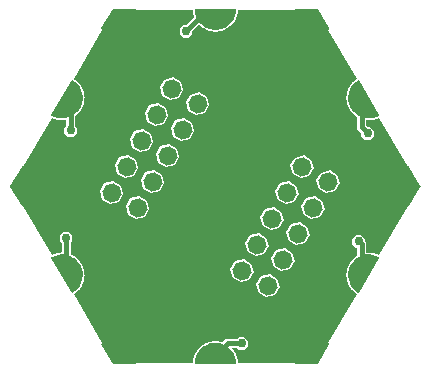
<source format=gbr>
G04 EAGLE Gerber RS-274X export*
G75*
%MOMM*%
%FSLAX34Y34*%
%LPD*%
%INBottom Copper*%
%IPPOS*%
%AMOC8*
5,1,8,0,0,1.08239X$1,22.5*%
G01*
%ADD10C,1.000000*%
%ADD11P,1.649562X8X82.500000*%
%ADD12P,1.649562X8X262.500000*%
%ADD13C,0.457200*%
%ADD14C,0.756400*%

G36*
X278630Y195708D02*
X278630Y195708D01*
X278658Y195706D01*
X278726Y195728D01*
X278797Y195742D01*
X278820Y195758D01*
X278847Y195767D01*
X278902Y195814D01*
X278961Y195855D01*
X278976Y195879D01*
X278998Y195897D01*
X279029Y195962D01*
X279068Y196022D01*
X279073Y196050D01*
X279085Y196076D01*
X279094Y196177D01*
X279101Y196219D01*
X279099Y196229D01*
X279100Y196242D01*
X279043Y196957D01*
X327165Y196957D01*
X327177Y196967D01*
X327176Y196968D01*
X327177Y196969D01*
X327177Y197041D01*
X327242Y197106D01*
X327243Y197110D01*
X327243Y197111D01*
X327246Y197113D01*
X327362Y198517D01*
X327359Y198521D01*
X327361Y198524D01*
X327265Y198684D01*
X327430Y199334D01*
X327429Y199335D01*
X327430Y199336D01*
X327485Y200003D01*
X327627Y200123D01*
X327628Y200128D01*
X327631Y200130D01*
X328000Y201586D01*
X328000Y201587D01*
X328000Y201588D01*
X327998Y201591D01*
X328000Y201594D01*
X327932Y201767D01*
X328201Y202381D01*
X328201Y202382D01*
X328202Y202383D01*
X328366Y203032D01*
X328526Y203127D01*
X328528Y203132D01*
X328531Y203133D01*
X329135Y204509D01*
X329134Y204511D01*
X329135Y204512D01*
X329134Y204514D01*
X329135Y204516D01*
X329097Y204698D01*
X329464Y205259D01*
X329463Y205261D01*
X329465Y205261D01*
X329734Y205874D01*
X329907Y205942D01*
X329909Y205946D01*
X329913Y205947D01*
X330735Y207205D01*
X330734Y207208D01*
X330736Y207210D01*
X330735Y207211D01*
X330737Y207212D01*
X330729Y207398D01*
X331183Y207891D01*
X331183Y207892D01*
X331184Y207892D01*
X331550Y208453D01*
X331733Y208491D01*
X331735Y208495D01*
X331739Y208495D01*
X332757Y209601D01*
X332757Y209605D01*
X332760Y209607D01*
X332783Y209792D01*
X333311Y210203D01*
X333312Y210205D01*
X333313Y210205D01*
X333767Y210698D01*
X333953Y210705D01*
X333956Y210709D01*
X333959Y210708D01*
X335145Y211631D01*
X335146Y211635D01*
X335150Y211637D01*
X335203Y211815D01*
X335792Y212134D01*
X335792Y212136D01*
X335793Y212135D01*
X336322Y212547D01*
X336507Y212524D01*
X336511Y212526D01*
X336514Y212525D01*
X337836Y213240D01*
X337837Y213245D01*
X337841Y213246D01*
X337923Y213413D01*
X338556Y213630D01*
X338557Y213632D01*
X338558Y213631D01*
X339147Y213950D01*
X339326Y213897D01*
X339330Y213899D01*
X339333Y213897D01*
X340754Y214385D01*
X340757Y214389D01*
X340760Y214389D01*
X340868Y214541D01*
X341529Y214651D01*
X341530Y214652D01*
X341531Y214652D01*
X342165Y214869D01*
X342332Y214787D01*
X342336Y214789D01*
X342339Y214786D01*
X343821Y215034D01*
X343824Y215037D01*
X343828Y215037D01*
X343959Y215169D01*
X344629Y215169D01*
X344630Y215170D01*
X344631Y215169D01*
X345292Y215279D01*
X345444Y215171D01*
X345448Y215171D01*
X345451Y215169D01*
X346953Y215169D01*
X346957Y215172D01*
X346960Y215171D01*
X347112Y215279D01*
X347773Y215169D01*
X347774Y215170D01*
X347775Y215169D01*
X348445Y215169D01*
X348576Y215037D01*
X348581Y215037D01*
X348583Y215034D01*
X350065Y214786D01*
X350069Y214789D01*
X350072Y214787D01*
X350239Y214869D01*
X350873Y214652D01*
X350874Y214652D01*
X350875Y214651D01*
X351536Y214541D01*
X351644Y214389D01*
X351648Y214388D01*
X351650Y214385D01*
X351975Y214273D01*
X351982Y214277D01*
X351987Y214276D01*
X354882Y217171D01*
X364601Y217171D01*
X364605Y217174D01*
X364609Y217174D01*
X366102Y218667D01*
X370498Y218667D01*
X373607Y215558D01*
X373607Y211162D01*
X370498Y208053D01*
X366102Y208053D01*
X364609Y209546D01*
X364604Y209546D01*
X364601Y209549D01*
X359722Y209549D01*
X359719Y209547D01*
X359715Y209547D01*
X359714Y209543D01*
X359710Y209539D01*
X359714Y209535D01*
X359713Y209529D01*
X360665Y208495D01*
X360670Y208494D01*
X360671Y208491D01*
X360854Y208453D01*
X361220Y207892D01*
X361221Y207892D01*
X361221Y207891D01*
X361675Y207398D01*
X361667Y207212D01*
X361670Y207208D01*
X361669Y207205D01*
X362491Y205947D01*
X362496Y205946D01*
X362497Y205942D01*
X362670Y205874D01*
X362939Y205261D01*
X362941Y205260D01*
X362940Y205259D01*
X363307Y204698D01*
X363269Y204516D01*
X363269Y204515D01*
X363271Y204512D01*
X363269Y204509D01*
X363873Y203133D01*
X363877Y203131D01*
X363878Y203127D01*
X364038Y203032D01*
X364202Y202383D01*
X364203Y202382D01*
X364203Y202381D01*
X364472Y201767D01*
X364404Y201594D01*
X364405Y201591D01*
X364404Y201590D01*
X364405Y201588D01*
X364404Y201586D01*
X364773Y200130D01*
X364777Y200127D01*
X364777Y200123D01*
X364919Y200003D01*
X364974Y199336D01*
X364975Y199335D01*
X364974Y199334D01*
X365139Y198684D01*
X365043Y198524D01*
X365044Y198522D01*
X365043Y198522D01*
X365044Y198521D01*
X365044Y198520D01*
X365042Y198517D01*
X365158Y197113D01*
X365162Y197110D01*
X365162Y197106D01*
X365227Y197041D01*
X365227Y196969D01*
X365237Y196957D01*
X365238Y196958D01*
X365239Y196957D01*
X413361Y196957D01*
X413304Y196242D01*
X413308Y196213D01*
X413303Y196185D01*
X413320Y196116D01*
X413328Y196044D01*
X413343Y196020D01*
X413349Y195992D01*
X413392Y195934D01*
X413428Y195872D01*
X413450Y195855D01*
X413467Y195832D01*
X413529Y195795D01*
X413586Y195752D01*
X413614Y195745D01*
X413638Y195730D01*
X413738Y195714D01*
X413779Y195703D01*
X413789Y195705D01*
X413802Y195703D01*
X432802Y195703D01*
X432878Y195718D01*
X432956Y195727D01*
X432975Y195738D01*
X432997Y195742D01*
X433061Y195786D01*
X433129Y195825D01*
X433145Y195844D01*
X433161Y195855D01*
X433185Y195893D01*
X433235Y195953D01*
X442735Y212453D01*
X442744Y212480D01*
X442760Y212504D01*
X442775Y212574D01*
X442798Y212642D01*
X442795Y212670D01*
X442801Y212698D01*
X442788Y212769D01*
X442782Y212840D01*
X442769Y212865D01*
X442763Y212893D01*
X442723Y212953D01*
X442690Y213016D01*
X442668Y213034D01*
X442652Y213058D01*
X442569Y213116D01*
X442537Y213143D01*
X442526Y213146D01*
X442516Y213153D01*
X441888Y213450D01*
X465940Y255110D01*
X465940Y255113D01*
X465942Y255115D01*
X465939Y255118D01*
X465937Y255126D01*
X465936Y255126D01*
X465936Y255127D01*
X465862Y255169D01*
X465839Y255258D01*
X465834Y255261D01*
X465834Y255265D01*
X464679Y256066D01*
X464675Y256066D01*
X464673Y256068D01*
X464486Y256066D01*
X464007Y256533D01*
X464005Y256533D01*
X464005Y256535D01*
X463455Y256917D01*
X463422Y257100D01*
X463418Y257103D01*
X463418Y257106D01*
X462344Y258153D01*
X462339Y258153D01*
X462338Y258156D01*
X462153Y258184D01*
X461757Y258724D01*
X461756Y258725D01*
X461756Y258726D01*
X461276Y259193D01*
X461273Y259379D01*
X461270Y259383D01*
X461271Y259386D01*
X460384Y260595D01*
X460379Y260596D01*
X460378Y260600D01*
X460201Y260658D01*
X459899Y261256D01*
X459898Y261256D01*
X459898Y261257D01*
X459502Y261797D01*
X459530Y261981D01*
X459527Y261985D01*
X459529Y261989D01*
X458852Y263327D01*
X458848Y263329D01*
X458847Y263332D01*
X458682Y263419D01*
X458483Y264058D01*
X458482Y264059D01*
X458482Y264060D01*
X458180Y264658D01*
X458238Y264835D01*
X458236Y264839D01*
X458238Y264842D01*
X457792Y266274D01*
X457788Y266276D01*
X457787Y266280D01*
X457639Y266392D01*
X457547Y267056D01*
X457546Y267057D01*
X457547Y267058D01*
X457347Y267697D01*
X457434Y267862D01*
X457433Y267863D01*
X457434Y267864D01*
X457433Y267865D01*
X457433Y267866D01*
X457435Y267869D01*
X457230Y269355D01*
X457227Y269358D01*
X457227Y269361D01*
X457099Y269497D01*
X457118Y270166D01*
X457117Y270167D01*
X457118Y270168D01*
X457026Y270832D01*
X457139Y270980D01*
X457138Y270985D01*
X457141Y270987D01*
X457183Y272486D01*
X457180Y272490D01*
X457181Y272493D01*
X457077Y272648D01*
X457206Y273305D01*
X457206Y273306D01*
X457207Y273307D01*
X457225Y273977D01*
X457361Y274105D01*
X457361Y274109D01*
X457364Y274111D01*
X457653Y275582D01*
X457650Y275586D01*
X457652Y275590D01*
X457575Y275759D01*
X457810Y276386D01*
X457810Y276387D01*
X457810Y276388D01*
X457811Y276388D01*
X457940Y277046D01*
X458094Y277150D01*
X458095Y277154D01*
X458099Y277155D01*
X458625Y278559D01*
X458625Y278560D01*
X458624Y278564D01*
X458626Y278567D01*
X458578Y278747D01*
X458913Y279327D01*
X458913Y279328D01*
X458914Y279328D01*
X459149Y279956D01*
X459319Y280033D01*
X459321Y280037D01*
X459324Y280037D01*
X460075Y281336D01*
X460074Y281340D01*
X460076Y281341D01*
X460076Y281342D01*
X460076Y281343D01*
X460058Y281528D01*
X460485Y282045D01*
X460485Y282046D01*
X460486Y282046D01*
X460821Y282626D01*
X461001Y282674D01*
X461004Y282678D01*
X461007Y282678D01*
X461961Y283835D01*
X461961Y283840D01*
X461964Y283842D01*
X461977Y284028D01*
X462482Y284467D01*
X462483Y284469D01*
X462484Y284469D01*
X462910Y284986D01*
X463095Y285004D01*
X463098Y285007D01*
X463102Y285006D01*
X464233Y285991D01*
X464234Y285995D01*
X464237Y285997D01*
X464281Y286178D01*
X464852Y286528D01*
X464852Y286530D01*
X464853Y286529D01*
X465359Y286969D01*
X465544Y286956D01*
X465548Y286959D01*
X465551Y286958D01*
X466286Y287408D01*
X466287Y287414D01*
X466291Y287418D01*
X466291Y287419D01*
X466291Y294401D01*
X466281Y294413D01*
X466280Y294412D01*
X466279Y294413D01*
X465162Y294413D01*
X462053Y297522D01*
X462053Y301918D01*
X465162Y305027D01*
X469558Y305027D01*
X472667Y301918D01*
X472667Y299807D01*
X472670Y299803D01*
X472670Y299799D01*
X473913Y298556D01*
X473913Y290142D01*
X473913Y290141D01*
X473915Y290139D01*
X473923Y290130D01*
X473925Y290132D01*
X473927Y290131D01*
X474158Y290182D01*
X474315Y290082D01*
X474319Y290083D01*
X474320Y290081D01*
X474321Y290081D01*
X474322Y290080D01*
X475819Y290162D01*
X475822Y290165D01*
X475823Y290165D01*
X475826Y290165D01*
X475972Y290281D01*
X476637Y290207D01*
X476638Y290208D01*
X476639Y290207D01*
X477308Y290243D01*
X477447Y290119D01*
X477452Y290119D01*
X477454Y290116D01*
X478944Y289950D01*
X478948Y289953D01*
X478951Y289951D01*
X479114Y290042D01*
X479758Y289859D01*
X479760Y289860D01*
X479760Y289859D01*
X480426Y289785D01*
X480542Y289639D01*
X480547Y289639D01*
X480548Y289635D01*
X481991Y289226D01*
X481995Y289228D01*
X481998Y289227D01*
X482174Y289289D01*
X482779Y289003D01*
X482781Y289004D01*
X482781Y289003D01*
X483426Y288820D01*
X483516Y288657D01*
X483521Y288656D01*
X483522Y288652D01*
X484792Y288052D01*
X484794Y288052D01*
X484795Y288052D01*
X484799Y288052D01*
X484801Y288051D01*
X484890Y288075D01*
X484941Y288045D01*
X484956Y288048D01*
X484956Y288049D01*
X484957Y288049D01*
X509010Y329711D01*
X509618Y329291D01*
X509645Y329280D01*
X509667Y329261D01*
X509736Y329241D01*
X509801Y329213D01*
X509830Y329213D01*
X509858Y329205D01*
X509929Y329213D01*
X510000Y329213D01*
X510027Y329224D01*
X510056Y329227D01*
X510118Y329262D01*
X510183Y329290D01*
X510204Y329310D01*
X510229Y329325D01*
X510292Y329402D01*
X510322Y329432D01*
X510326Y329442D01*
X510335Y329453D01*
X519835Y345953D01*
X519845Y345985D01*
X519854Y345998D01*
X519858Y346022D01*
X519859Y346026D01*
X519890Y346096D01*
X519890Y346120D01*
X519898Y346142D01*
X519892Y346218D01*
X519893Y346295D01*
X519883Y346319D01*
X519882Y346340D01*
X519861Y346379D01*
X519835Y346451D01*
X510335Y362951D01*
X510316Y362973D01*
X510303Y362999D01*
X510250Y363047D01*
X510203Y363100D01*
X510177Y363113D01*
X510156Y363132D01*
X510088Y363155D01*
X510024Y363186D01*
X509995Y363188D01*
X509968Y363197D01*
X509896Y363192D01*
X509825Y363195D01*
X509798Y363185D01*
X509769Y363183D01*
X509679Y363141D01*
X509639Y363126D01*
X509631Y363119D01*
X509618Y363113D01*
X509010Y362693D01*
X484957Y404355D01*
X484949Y404357D01*
X484948Y404359D01*
X484945Y404359D01*
X484942Y404360D01*
X484942Y404359D01*
X484941Y404359D01*
X484890Y404329D01*
X484801Y404353D01*
X484796Y404351D01*
X484792Y404352D01*
X483522Y403752D01*
X483520Y403748D01*
X483516Y403747D01*
X483426Y403584D01*
X482781Y403402D01*
X482780Y403400D01*
X482779Y403401D01*
X482174Y403115D01*
X481998Y403177D01*
X481997Y403177D01*
X481992Y403177D01*
X481991Y403178D01*
X480548Y402769D01*
X480546Y402765D01*
X480542Y402765D01*
X480426Y402619D01*
X479760Y402545D01*
X479760Y402544D01*
X479759Y402544D01*
X479758Y402545D01*
X479114Y402362D01*
X478951Y402453D01*
X478947Y402452D01*
X478944Y402454D01*
X477454Y402288D01*
X477451Y402285D01*
X477447Y402285D01*
X477308Y402161D01*
X476639Y402197D01*
X476638Y402196D01*
X476637Y402197D01*
X475972Y402123D01*
X475826Y402239D01*
X475822Y402239D01*
X475819Y402242D01*
X474322Y402324D01*
X474318Y402321D01*
X474315Y402322D01*
X474158Y402222D01*
X473927Y402273D01*
X473926Y402274D01*
X473924Y402272D01*
X473913Y402266D01*
X473915Y402264D01*
X473913Y402262D01*
X473913Y397621D01*
X473916Y397617D01*
X473916Y397613D01*
X475059Y396470D01*
X475064Y396470D01*
X475066Y396468D01*
X475067Y396467D01*
X477178Y396467D01*
X480287Y393358D01*
X480287Y388962D01*
X477178Y385853D01*
X472782Y385853D01*
X469673Y388962D01*
X469673Y391073D01*
X469670Y391077D01*
X469670Y391081D01*
X466291Y394459D01*
X466291Y404985D01*
X466286Y404991D01*
X466286Y404996D01*
X465551Y405446D01*
X465547Y405445D01*
X465544Y405448D01*
X465359Y405435D01*
X464853Y405875D01*
X464852Y405875D01*
X464852Y405876D01*
X464281Y406226D01*
X464237Y406407D01*
X464234Y406410D01*
X464233Y406413D01*
X463102Y407398D01*
X463097Y407398D01*
X463095Y407400D01*
X462910Y407418D01*
X462484Y407935D01*
X462482Y407935D01*
X462482Y407937D01*
X461977Y408376D01*
X461964Y408562D01*
X461961Y408565D01*
X461961Y408569D01*
X461007Y409726D01*
X461003Y409726D01*
X461001Y409730D01*
X460821Y409778D01*
X460486Y410358D01*
X460484Y410358D01*
X460485Y410359D01*
X460058Y410876D01*
X460076Y411061D01*
X460074Y411065D01*
X460075Y411068D01*
X459324Y412367D01*
X459320Y412368D01*
X459319Y412371D01*
X459149Y412448D01*
X458914Y413076D01*
X458913Y413076D01*
X458913Y413078D01*
X458578Y413657D01*
X458626Y413837D01*
X458624Y413841D01*
X458625Y413845D01*
X458099Y415249D01*
X458095Y415251D01*
X458094Y415254D01*
X457940Y415358D01*
X457811Y416016D01*
X457810Y416017D01*
X457810Y416018D01*
X457575Y416645D01*
X457652Y416814D01*
X457651Y416819D01*
X457652Y416820D01*
X457652Y416821D01*
X457653Y416822D01*
X457364Y418293D01*
X457361Y418296D01*
X457361Y418299D01*
X457225Y418427D01*
X457207Y419097D01*
X457206Y419098D01*
X457206Y419099D01*
X457077Y419756D01*
X457181Y419911D01*
X457181Y419915D01*
X457183Y419918D01*
X457141Y421417D01*
X457138Y421420D01*
X457139Y421424D01*
X457026Y421572D01*
X457118Y422236D01*
X457117Y422237D01*
X457118Y422238D01*
X457099Y422907D01*
X457227Y423043D01*
X457227Y423047D01*
X457230Y423049D01*
X457435Y424535D01*
X457433Y424539D01*
X457434Y424542D01*
X457347Y424707D01*
X457547Y425346D01*
X457546Y425348D01*
X457547Y425348D01*
X457639Y426012D01*
X457787Y426124D01*
X457788Y426129D01*
X457792Y426130D01*
X458238Y427562D01*
X458238Y427563D01*
X458239Y427564D01*
X458236Y427566D01*
X458238Y427569D01*
X458180Y427746D01*
X458482Y428344D01*
X458482Y428345D01*
X458483Y428346D01*
X458682Y428985D01*
X458847Y429072D01*
X458849Y429076D01*
X458852Y429077D01*
X459529Y430415D01*
X459528Y430417D01*
X459529Y430417D01*
X459528Y430418D01*
X459527Y430420D01*
X459530Y430423D01*
X459502Y430607D01*
X459898Y431147D01*
X459898Y431148D01*
X459899Y431148D01*
X460201Y431746D01*
X460378Y431804D01*
X460380Y431808D01*
X460384Y431809D01*
X461271Y433018D01*
X461271Y433022D01*
X461273Y433025D01*
X461276Y433211D01*
X461756Y433678D01*
X461756Y433680D01*
X461757Y433680D01*
X462153Y434220D01*
X462338Y434248D01*
X462340Y434251D01*
X462344Y434251D01*
X463418Y435298D01*
X463419Y435302D01*
X463422Y435304D01*
X463455Y435487D01*
X464005Y435869D01*
X464005Y435871D01*
X464007Y435871D01*
X464486Y436338D01*
X464673Y436336D01*
X464676Y436339D01*
X464679Y436338D01*
X465834Y437139D01*
X465835Y437144D01*
X465839Y437146D01*
X465862Y437235D01*
X465936Y437277D01*
X465941Y437292D01*
X465940Y437293D01*
X465940Y437294D01*
X441888Y478954D01*
X442516Y479251D01*
X442538Y479268D01*
X442565Y479278D01*
X442617Y479327D01*
X442675Y479370D01*
X442689Y479395D01*
X442710Y479414D01*
X442739Y479480D01*
X442775Y479542D01*
X442778Y479570D01*
X442790Y479596D01*
X442791Y479668D01*
X442800Y479739D01*
X442792Y479766D01*
X442793Y479795D01*
X442757Y479890D01*
X442746Y479930D01*
X442739Y479939D01*
X442735Y479951D01*
X433235Y496451D01*
X433183Y496510D01*
X433137Y496572D01*
X433118Y496583D01*
X433103Y496600D01*
X433033Y496634D01*
X432966Y496674D01*
X432942Y496678D01*
X432924Y496686D01*
X432879Y496688D01*
X432802Y496701D01*
X413802Y496701D01*
X413774Y496696D01*
X413746Y496698D01*
X413678Y496676D01*
X413607Y496662D01*
X413584Y496646D01*
X413557Y496637D01*
X413502Y496590D01*
X413443Y496549D01*
X413428Y496525D01*
X413407Y496507D01*
X413375Y496442D01*
X413336Y496382D01*
X413331Y496354D01*
X413319Y496328D01*
X413310Y496227D01*
X413303Y496185D01*
X413305Y496175D01*
X413304Y496162D01*
X413361Y495447D01*
X365239Y495447D01*
X365227Y495437D01*
X365228Y495436D01*
X365227Y495435D01*
X365227Y495363D01*
X365162Y495298D01*
X365161Y495293D01*
X365158Y495291D01*
X365042Y493887D01*
X365045Y493883D01*
X365043Y493880D01*
X365139Y493720D01*
X364974Y493070D01*
X364975Y493069D01*
X364974Y493068D01*
X364919Y492401D01*
X364777Y492281D01*
X364776Y492276D01*
X364773Y492274D01*
X364404Y490818D01*
X364406Y490813D01*
X364404Y490810D01*
X364472Y490637D01*
X364203Y490023D01*
X364203Y490022D01*
X364202Y490021D01*
X364038Y489372D01*
X363878Y489277D01*
X363876Y489272D01*
X363873Y489271D01*
X363269Y487895D01*
X363271Y487891D01*
X363269Y487888D01*
X363307Y487706D01*
X362940Y487145D01*
X362941Y487143D01*
X362939Y487143D01*
X362670Y486530D01*
X362497Y486462D01*
X362495Y486458D01*
X362491Y486457D01*
X361669Y485199D01*
X361670Y485195D01*
X361667Y485192D01*
X361675Y485006D01*
X361221Y484513D01*
X361221Y484512D01*
X361220Y484512D01*
X360854Y483951D01*
X360671Y483913D01*
X360669Y483909D01*
X360665Y483909D01*
X359647Y482803D01*
X359647Y482799D01*
X359644Y482797D01*
X359621Y482612D01*
X359093Y482201D01*
X359092Y482199D01*
X359091Y482199D01*
X358637Y481706D01*
X358530Y481702D01*
X358451Y481699D01*
X358448Y481696D01*
X358445Y481696D01*
X357259Y480773D01*
X357258Y480769D01*
X357254Y480767D01*
X357201Y480589D01*
X356612Y480270D01*
X356612Y480268D01*
X356611Y480269D01*
X356082Y479857D01*
X355897Y479880D01*
X355893Y479878D01*
X355890Y479879D01*
X354568Y479164D01*
X354567Y479159D01*
X354563Y479158D01*
X354481Y478991D01*
X353848Y478774D01*
X353847Y478772D01*
X353846Y478773D01*
X353257Y478454D01*
X353078Y478507D01*
X353074Y478505D01*
X353071Y478507D01*
X351650Y478019D01*
X351647Y478015D01*
X351644Y478015D01*
X351536Y477863D01*
X350875Y477753D01*
X350874Y477752D01*
X350873Y477752D01*
X350239Y477535D01*
X350072Y477617D01*
X350068Y477615D01*
X350065Y477618D01*
X348583Y477370D01*
X348580Y477367D01*
X348576Y477367D01*
X348445Y477235D01*
X347775Y477235D01*
X347773Y477234D01*
X347773Y477235D01*
X347112Y477125D01*
X346960Y477233D01*
X346956Y477233D01*
X346953Y477235D01*
X345451Y477235D01*
X345447Y477232D01*
X345444Y477233D01*
X345292Y477125D01*
X344631Y477235D01*
X344630Y477234D01*
X344629Y477235D01*
X343959Y477235D01*
X343828Y477367D01*
X343823Y477367D01*
X343821Y477370D01*
X342339Y477618D01*
X342335Y477615D01*
X342332Y477617D01*
X342165Y477535D01*
X341531Y477752D01*
X341530Y477752D01*
X341529Y477753D01*
X340868Y477863D01*
X340760Y478015D01*
X340756Y478016D01*
X340754Y478019D01*
X339333Y478507D01*
X339329Y478505D01*
X339326Y478507D01*
X339147Y478454D01*
X338558Y478773D01*
X338557Y478773D01*
X338556Y478774D01*
X337923Y478991D01*
X337841Y479158D01*
X337837Y479160D01*
X337836Y479164D01*
X336514Y479879D01*
X336510Y479878D01*
X336507Y479880D01*
X336322Y479857D01*
X335793Y480269D01*
X335792Y480269D01*
X335792Y480270D01*
X335203Y480589D01*
X335150Y480767D01*
X335146Y480770D01*
X335145Y480773D01*
X333959Y481696D01*
X333955Y481696D01*
X333953Y481699D01*
X333874Y481702D01*
X333767Y481706D01*
X333313Y482199D01*
X333311Y482199D01*
X333311Y482201D01*
X332783Y482612D01*
X332760Y482797D01*
X332756Y482800D01*
X332757Y482803D01*
X332394Y483197D01*
X332378Y483199D01*
X332378Y483198D01*
X332377Y483198D01*
X326620Y477441D01*
X326620Y477435D01*
X326617Y477433D01*
X326617Y475322D01*
X323508Y472213D01*
X319112Y472213D01*
X316003Y475322D01*
X316003Y479718D01*
X319112Y482827D01*
X321223Y482827D01*
X321227Y482830D01*
X321231Y482830D01*
X328242Y489841D01*
X328242Y489848D01*
X328245Y489852D01*
X328202Y490021D01*
X328201Y490022D01*
X328201Y490023D01*
X327932Y490637D01*
X328000Y490810D01*
X327998Y490815D01*
X328000Y490818D01*
X327631Y492274D01*
X327627Y492277D01*
X327627Y492281D01*
X327485Y492401D01*
X327430Y493068D01*
X327429Y493069D01*
X327430Y493070D01*
X327265Y493720D01*
X327361Y493880D01*
X327360Y493884D01*
X327362Y493887D01*
X327246Y495291D01*
X327242Y495294D01*
X327242Y495298D01*
X327177Y495363D01*
X327177Y495435D01*
X327167Y495447D01*
X327166Y495446D01*
X327165Y495447D01*
X279043Y495447D01*
X279100Y496162D01*
X279096Y496191D01*
X279101Y496219D01*
X279084Y496288D01*
X279076Y496360D01*
X279062Y496384D01*
X279055Y496412D01*
X279012Y496470D01*
X278977Y496532D01*
X278954Y496549D01*
X278937Y496572D01*
X278875Y496609D01*
X278818Y496652D01*
X278790Y496659D01*
X278766Y496674D01*
X278666Y496690D01*
X278625Y496701D01*
X278615Y496699D01*
X278602Y496701D01*
X259602Y496701D01*
X259526Y496686D01*
X259448Y496677D01*
X259429Y496666D01*
X259407Y496662D01*
X259343Y496618D01*
X259275Y496579D01*
X259259Y496560D01*
X259243Y496549D01*
X259219Y496511D01*
X259169Y496451D01*
X249669Y479951D01*
X249660Y479924D01*
X249644Y479900D01*
X249629Y479830D01*
X249606Y479762D01*
X249609Y479734D01*
X249603Y479706D01*
X249617Y479636D01*
X249622Y479564D01*
X249635Y479539D01*
X249641Y479511D01*
X249681Y479451D01*
X249714Y479388D01*
X249736Y479370D01*
X249752Y479346D01*
X249835Y479288D01*
X249867Y479261D01*
X249878Y479258D01*
X249889Y479251D01*
X250516Y478954D01*
X226464Y437294D01*
X226467Y437278D01*
X226468Y437278D01*
X226468Y437277D01*
X226542Y437235D01*
X226565Y437146D01*
X226570Y437143D01*
X226570Y437139D01*
X227725Y436338D01*
X227729Y436338D01*
X227731Y436336D01*
X227918Y436338D01*
X228398Y435871D01*
X228399Y435871D01*
X228399Y435869D01*
X228949Y435487D01*
X228982Y435304D01*
X228986Y435301D01*
X228986Y435298D01*
X230060Y434251D01*
X230065Y434251D01*
X230066Y434248D01*
X230251Y434220D01*
X230647Y433680D01*
X230648Y433679D01*
X230648Y433678D01*
X231128Y433211D01*
X231131Y433025D01*
X231134Y433021D01*
X231133Y433018D01*
X232020Y431809D01*
X232025Y431808D01*
X232026Y431804D01*
X232203Y431746D01*
X232505Y431148D01*
X232506Y431148D01*
X232506Y431147D01*
X232902Y430607D01*
X232874Y430423D01*
X232876Y430420D01*
X232875Y430420D01*
X232877Y430419D01*
X232875Y430415D01*
X233552Y429077D01*
X233556Y429075D01*
X233557Y429072D01*
X233722Y428985D01*
X233921Y428346D01*
X233922Y428345D01*
X233922Y428344D01*
X234224Y427746D01*
X234166Y427569D01*
X234166Y427568D01*
X234165Y427567D01*
X234167Y427565D01*
X234166Y427562D01*
X234612Y426130D01*
X234616Y426128D01*
X234617Y426124D01*
X234765Y426012D01*
X234857Y425348D01*
X234858Y425347D01*
X234857Y425346D01*
X235057Y424707D01*
X234970Y424542D01*
X234971Y424538D01*
X234969Y424535D01*
X235174Y423049D01*
X235177Y423046D01*
X235177Y423043D01*
X235305Y422907D01*
X235286Y422238D01*
X235287Y422237D01*
X235286Y422236D01*
X235378Y421572D01*
X235265Y421424D01*
X235266Y421421D01*
X235264Y421419D01*
X235264Y421418D01*
X235263Y421417D01*
X235221Y419918D01*
X235224Y419914D01*
X235223Y419911D01*
X235327Y419756D01*
X235198Y419099D01*
X235198Y419098D01*
X235197Y419097D01*
X235179Y418427D01*
X235043Y418299D01*
X235043Y418295D01*
X235040Y418293D01*
X234751Y416822D01*
X234754Y416818D01*
X234752Y416814D01*
X234829Y416645D01*
X234594Y416018D01*
X234594Y416016D01*
X234593Y416016D01*
X234464Y415358D01*
X234310Y415254D01*
X234309Y415250D01*
X234305Y415249D01*
X233779Y413845D01*
X233780Y413840D01*
X233780Y413839D01*
X233779Y413839D01*
X233779Y413838D01*
X233778Y413837D01*
X233826Y413657D01*
X233491Y413078D01*
X233491Y413076D01*
X233490Y413076D01*
X233255Y412448D01*
X233085Y412371D01*
X233083Y412367D01*
X233080Y412367D01*
X232329Y411068D01*
X232330Y411064D01*
X232328Y411061D01*
X232346Y410876D01*
X231919Y410359D01*
X231919Y410358D01*
X231918Y410358D01*
X231583Y409778D01*
X231403Y409730D01*
X231400Y409726D01*
X231397Y409726D01*
X230443Y408569D01*
X230443Y408565D01*
X230440Y408562D01*
X230427Y408376D01*
X229922Y407937D01*
X229921Y407935D01*
X229920Y407935D01*
X229494Y407418D01*
X229309Y407400D01*
X229306Y407397D01*
X229302Y407398D01*
X228171Y406413D01*
X228170Y406409D01*
X228167Y406407D01*
X228123Y406226D01*
X227552Y405876D01*
X227552Y405874D01*
X227551Y405875D01*
X227335Y405687D01*
X227334Y405680D01*
X227331Y405678D01*
X227331Y397399D01*
X227334Y397395D01*
X227334Y397391D01*
X228827Y395898D01*
X228827Y391502D01*
X225718Y388393D01*
X221322Y388393D01*
X218213Y391502D01*
X218213Y395898D01*
X219706Y397391D01*
X219706Y397395D01*
X219709Y397398D01*
X219709Y397399D01*
X219709Y402528D01*
X219706Y402531D01*
X219706Y402536D01*
X219702Y402536D01*
X219699Y402540D01*
X219694Y402536D01*
X219688Y402536D01*
X219571Y402405D01*
X218902Y402368D01*
X218901Y402367D01*
X218900Y402368D01*
X218246Y402222D01*
X218089Y402322D01*
X218084Y402321D01*
X218082Y402324D01*
X216585Y402242D01*
X216581Y402239D01*
X216578Y402239D01*
X216432Y402123D01*
X215767Y402197D01*
X215766Y402196D01*
X215765Y402197D01*
X215096Y402161D01*
X214957Y402285D01*
X214952Y402285D01*
X214950Y402288D01*
X213460Y402454D01*
X213456Y402451D01*
X213453Y402453D01*
X213290Y402362D01*
X212646Y402545D01*
X212645Y402544D01*
X212644Y402544D01*
X212644Y402545D01*
X211978Y402619D01*
X211862Y402765D01*
X211857Y402765D01*
X211856Y402769D01*
X210413Y403178D01*
X210412Y403177D01*
X210407Y403177D01*
X210406Y403177D01*
X210230Y403115D01*
X209625Y403401D01*
X209623Y403400D01*
X209623Y403401D01*
X208978Y403584D01*
X208888Y403747D01*
X208883Y403748D01*
X208882Y403752D01*
X207612Y404352D01*
X207607Y404351D01*
X207603Y404353D01*
X207514Y404329D01*
X207463Y404359D01*
X207461Y404359D01*
X207460Y404359D01*
X207456Y404359D01*
X207454Y404357D01*
X207448Y404356D01*
X207448Y404355D01*
X207447Y404355D01*
X183394Y362693D01*
X182786Y363113D01*
X182759Y363124D01*
X182737Y363143D01*
X182668Y363163D01*
X182603Y363191D01*
X182574Y363191D01*
X182546Y363199D01*
X182475Y363191D01*
X182404Y363192D01*
X182377Y363180D01*
X182348Y363177D01*
X182286Y363142D01*
X182221Y363114D01*
X182200Y363094D01*
X182175Y363079D01*
X182112Y363002D01*
X182082Y362972D01*
X182078Y362962D01*
X182069Y362951D01*
X172569Y346451D01*
X172545Y346378D01*
X172514Y346308D01*
X172514Y346284D01*
X172506Y346262D01*
X172513Y346186D01*
X172512Y346109D01*
X172521Y346085D01*
X172522Y346064D01*
X172543Y346025D01*
X172562Y345973D01*
X172563Y345967D01*
X172565Y345965D01*
X172569Y345953D01*
X182069Y329453D01*
X182088Y329431D01*
X182101Y329405D01*
X182154Y329357D01*
X182201Y329304D01*
X182227Y329291D01*
X182249Y329272D01*
X182316Y329249D01*
X182380Y329218D01*
X182409Y329217D01*
X182436Y329207D01*
X182508Y329212D01*
X182579Y329209D01*
X182606Y329219D01*
X182635Y329221D01*
X182725Y329263D01*
X182765Y329278D01*
X182773Y329285D01*
X182786Y329291D01*
X183394Y329711D01*
X207447Y288049D01*
X207462Y288044D01*
X207462Y288045D01*
X207463Y288045D01*
X207514Y288075D01*
X207603Y288051D01*
X207605Y288052D01*
X207609Y288052D01*
X207610Y288052D01*
X207612Y288052D01*
X208882Y288652D01*
X208884Y288656D01*
X208888Y288657D01*
X208978Y288820D01*
X209623Y289002D01*
X209624Y289004D01*
X209625Y289003D01*
X210230Y289289D01*
X210406Y289227D01*
X210410Y289228D01*
X210413Y289226D01*
X211856Y289635D01*
X211858Y289639D01*
X211862Y289639D01*
X211978Y289785D01*
X212644Y289859D01*
X212645Y289860D01*
X212646Y289859D01*
X213290Y290042D01*
X213453Y289951D01*
X213457Y289952D01*
X213460Y289950D01*
X214950Y290116D01*
X214953Y290119D01*
X214957Y290119D01*
X215096Y290243D01*
X215765Y290207D01*
X215766Y290208D01*
X215767Y290207D01*
X215889Y290220D01*
X215899Y290232D01*
X215899Y298561D01*
X215896Y298565D01*
X215896Y298569D01*
X214403Y300062D01*
X214403Y304458D01*
X217512Y307567D01*
X221908Y307567D01*
X225017Y304458D01*
X225017Y300062D01*
X223524Y298569D01*
X223524Y298564D01*
X223521Y298561D01*
X223521Y288729D01*
X223527Y288722D01*
X223528Y288718D01*
X224115Y288480D01*
X224120Y288481D01*
X224123Y288479D01*
X224304Y288522D01*
X224874Y288172D01*
X224876Y288172D01*
X224876Y288171D01*
X225497Y287919D01*
X225570Y287748D01*
X225574Y287746D01*
X225575Y287742D01*
X226853Y286958D01*
X226857Y286959D01*
X226860Y286956D01*
X227045Y286969D01*
X227551Y286529D01*
X227552Y286529D01*
X227552Y286528D01*
X228123Y286178D01*
X228167Y285997D01*
X228170Y285994D01*
X228170Y285991D01*
X229302Y285006D01*
X229307Y285006D01*
X229309Y285004D01*
X229494Y284986D01*
X229920Y284469D01*
X229922Y284469D01*
X229922Y284467D01*
X230427Y284028D01*
X230440Y283842D01*
X230443Y283839D01*
X230443Y283835D01*
X231397Y282678D01*
X231401Y282678D01*
X231403Y282674D01*
X231583Y282626D01*
X231918Y282046D01*
X231920Y282046D01*
X231919Y282045D01*
X232346Y281528D01*
X232328Y281343D01*
X232330Y281339D01*
X232329Y281336D01*
X233080Y280037D01*
X233084Y280036D01*
X233085Y280033D01*
X233255Y279956D01*
X233490Y279328D01*
X233491Y279328D01*
X233491Y279326D01*
X233826Y278747D01*
X233778Y278567D01*
X233780Y278564D01*
X233779Y278563D01*
X233780Y278562D01*
X233779Y278559D01*
X234305Y277155D01*
X234309Y277153D01*
X234310Y277150D01*
X234464Y277046D01*
X234593Y276388D01*
X234594Y276387D01*
X234594Y276386D01*
X234829Y275759D01*
X234752Y275590D01*
X234753Y275585D01*
X234751Y275582D01*
X235040Y274111D01*
X235043Y274108D01*
X235043Y274105D01*
X235179Y273977D01*
X235197Y273307D01*
X235198Y273306D01*
X235198Y273305D01*
X235327Y272648D01*
X235223Y272493D01*
X235223Y272489D01*
X235221Y272487D01*
X235221Y272486D01*
X235263Y270987D01*
X235266Y270984D01*
X235265Y270980D01*
X235378Y270832D01*
X235286Y270168D01*
X235287Y270167D01*
X235286Y270166D01*
X235305Y269497D01*
X235177Y269361D01*
X235177Y269357D01*
X235174Y269355D01*
X234969Y267869D01*
X234970Y267867D01*
X234971Y267865D01*
X234970Y267862D01*
X235057Y267697D01*
X234857Y267058D01*
X234858Y267056D01*
X234857Y267056D01*
X234765Y266392D01*
X234617Y266280D01*
X234616Y266275D01*
X234612Y266274D01*
X234166Y264842D01*
X234168Y264838D01*
X234166Y264835D01*
X234224Y264658D01*
X233922Y264060D01*
X233922Y264059D01*
X233921Y264058D01*
X233722Y263419D01*
X233557Y263332D01*
X233555Y263328D01*
X233552Y263327D01*
X232875Y261989D01*
X232877Y261984D01*
X232874Y261981D01*
X232902Y261797D01*
X232506Y261257D01*
X232506Y261256D01*
X232505Y261256D01*
X232203Y260658D01*
X232026Y260600D01*
X232024Y260596D01*
X232020Y260595D01*
X231133Y259386D01*
X231133Y259382D01*
X231131Y259379D01*
X231128Y259193D01*
X230648Y258726D01*
X230648Y258724D01*
X230647Y258724D01*
X230251Y258184D01*
X230066Y258156D01*
X230064Y258153D01*
X230060Y258153D01*
X228986Y257106D01*
X228985Y257102D01*
X228984Y257101D01*
X228982Y257100D01*
X228949Y256917D01*
X228399Y256535D01*
X228399Y256533D01*
X228398Y256533D01*
X227918Y256066D01*
X227731Y256068D01*
X227728Y256065D01*
X227725Y256066D01*
X226570Y255265D01*
X226569Y255260D01*
X226565Y255258D01*
X226542Y255169D01*
X226468Y255127D01*
X226466Y255121D01*
X226462Y255118D01*
X226464Y255115D01*
X226463Y255112D01*
X226464Y255111D01*
X226464Y255110D01*
X250516Y213450D01*
X249889Y213153D01*
X249866Y213136D01*
X249839Y213126D01*
X249787Y213077D01*
X249729Y213034D01*
X249715Y213009D01*
X249694Y212990D01*
X249665Y212924D01*
X249629Y212862D01*
X249626Y212834D01*
X249614Y212808D01*
X249613Y212736D01*
X249604Y212665D01*
X249612Y212638D01*
X249612Y212609D01*
X249647Y212514D01*
X249658Y212474D01*
X249665Y212465D01*
X249669Y212453D01*
X259169Y195953D01*
X259221Y195895D01*
X259267Y195832D01*
X259286Y195821D01*
X259301Y195804D01*
X259371Y195770D01*
X259438Y195730D01*
X259463Y195726D01*
X259480Y195718D01*
X259525Y195716D01*
X259602Y195703D01*
X278602Y195703D01*
X278630Y195708D01*
G37*
G36*
X363231Y195709D02*
X363231Y195709D01*
X363260Y195706D01*
X363327Y195728D01*
X363397Y195742D01*
X363421Y195759D01*
X363449Y195768D01*
X363502Y195815D01*
X363561Y195855D01*
X363577Y195879D01*
X363599Y195899D01*
X363630Y195963D01*
X363668Y196022D01*
X363673Y196051D01*
X363685Y196077D01*
X363694Y196177D01*
X363701Y196219D01*
X363698Y196229D01*
X363700Y196243D01*
X363468Y199041D01*
X363458Y199075D01*
X363454Y199123D01*
X362765Y201844D01*
X362750Y201876D01*
X362738Y201922D01*
X361610Y204494D01*
X361590Y204522D01*
X361571Y204566D01*
X360035Y206917D01*
X360011Y206941D01*
X359985Y206982D01*
X358083Y209047D01*
X358055Y209068D01*
X358022Y209103D01*
X355807Y210828D01*
X355776Y210843D01*
X355738Y210873D01*
X353268Y212209D01*
X353235Y212219D01*
X353193Y212242D01*
X352007Y212650D01*
X350553Y213149D01*
X350537Y213154D01*
X350503Y213159D01*
X350457Y213174D01*
X347688Y213636D01*
X347653Y213635D01*
X347606Y213643D01*
X344798Y213643D01*
X344764Y213636D01*
X344716Y213636D01*
X341947Y213174D01*
X341914Y213162D01*
X341867Y213154D01*
X339211Y212242D01*
X339181Y212225D01*
X339136Y212209D01*
X336666Y210873D01*
X336640Y210851D01*
X336597Y210828D01*
X334382Y209103D01*
X334359Y209077D01*
X334321Y209047D01*
X332419Y206982D01*
X332401Y206952D01*
X332369Y206917D01*
X330833Y204566D01*
X330820Y204534D01*
X330794Y204494D01*
X329666Y201922D01*
X329659Y201889D01*
X329656Y201882D01*
X329650Y201873D01*
X329649Y201867D01*
X329639Y201844D01*
X328950Y199123D01*
X328948Y199088D01*
X328936Y199041D01*
X328704Y196243D01*
X328708Y196214D01*
X328703Y196185D01*
X328720Y196116D01*
X328728Y196046D01*
X328742Y196020D01*
X328749Y195992D01*
X328791Y195935D01*
X328826Y195873D01*
X328850Y195855D01*
X328867Y195832D01*
X328928Y195796D01*
X328985Y195753D01*
X329013Y195745D01*
X329038Y195730D01*
X329136Y195714D01*
X329177Y195703D01*
X329188Y195705D01*
X329202Y195703D01*
X363202Y195703D01*
X363231Y195709D01*
G37*
G36*
X347640Y478768D02*
X347640Y478768D01*
X347688Y478768D01*
X350457Y479230D01*
X350490Y479242D01*
X350537Y479250D01*
X353193Y480162D01*
X353223Y480179D01*
X353268Y480195D01*
X355738Y481531D01*
X355764Y481553D01*
X355807Y481576D01*
X358022Y483301D01*
X358045Y483327D01*
X358083Y483357D01*
X359985Y485422D01*
X360003Y485452D01*
X360035Y485487D01*
X361571Y487838D01*
X361584Y487870D01*
X361610Y487910D01*
X362738Y490482D01*
X362745Y490515D01*
X362765Y490560D01*
X363454Y493281D01*
X363456Y493316D01*
X363468Y493363D01*
X363700Y496161D01*
X363696Y496190D01*
X363701Y496219D01*
X363685Y496288D01*
X363676Y496358D01*
X363662Y496384D01*
X363655Y496412D01*
X363613Y496469D01*
X363578Y496531D01*
X363554Y496549D01*
X363537Y496572D01*
X363476Y496608D01*
X363419Y496651D01*
X363391Y496659D01*
X363366Y496674D01*
X363268Y496690D01*
X363227Y496701D01*
X363216Y496699D01*
X363202Y496701D01*
X329202Y496701D01*
X329173Y496695D01*
X329144Y496698D01*
X329077Y496676D01*
X329007Y496662D01*
X328983Y496645D01*
X328955Y496636D01*
X328902Y496589D01*
X328843Y496549D01*
X328828Y496525D01*
X328806Y496505D01*
X328774Y496441D01*
X328736Y496382D01*
X328731Y496353D01*
X328719Y496327D01*
X328710Y496227D01*
X328703Y496185D01*
X328706Y496175D01*
X328704Y496161D01*
X328936Y493363D01*
X328946Y493329D01*
X328950Y493281D01*
X329639Y490560D01*
X329654Y490528D01*
X329666Y490482D01*
X330794Y487910D01*
X330814Y487882D01*
X330833Y487838D01*
X332369Y485487D01*
X332393Y485463D01*
X332419Y485422D01*
X334321Y483357D01*
X334349Y483336D01*
X334382Y483301D01*
X336597Y481576D01*
X336628Y481561D01*
X336666Y481531D01*
X339136Y480195D01*
X339169Y480185D01*
X339211Y480162D01*
X341867Y479250D01*
X341901Y479246D01*
X341947Y479230D01*
X344716Y478768D01*
X344751Y478769D01*
X344798Y478761D01*
X347606Y478761D01*
X347640Y478768D01*
G37*
G36*
X224809Y256012D02*
X224809Y256012D01*
X224880Y256009D01*
X224907Y256019D01*
X224936Y256021D01*
X225026Y256063D01*
X225066Y256078D01*
X225074Y256086D01*
X225087Y256092D01*
X227390Y257691D01*
X227414Y257717D01*
X227454Y257744D01*
X229463Y259701D01*
X229482Y259730D01*
X229517Y259763D01*
X231176Y262024D01*
X231191Y262055D01*
X231220Y262094D01*
X232484Y264597D01*
X232493Y264631D01*
X232515Y264674D01*
X233351Y267351D01*
X233354Y267385D01*
X233369Y267431D01*
X233752Y270210D01*
X233750Y270244D01*
X233756Y270292D01*
X233677Y273095D01*
X233669Y273129D01*
X233668Y273177D01*
X233129Y275929D01*
X233115Y275961D01*
X233106Y276009D01*
X232121Y278634D01*
X232106Y278659D01*
X232101Y278679D01*
X232093Y278690D01*
X232086Y278709D01*
X230682Y281137D01*
X230659Y281163D01*
X230635Y281205D01*
X228851Y283368D01*
X228824Y283390D01*
X228793Y283427D01*
X226677Y285268D01*
X226647Y285285D01*
X226611Y285317D01*
X224220Y286784D01*
X224188Y286795D01*
X224147Y286821D01*
X221548Y287874D01*
X221514Y287881D01*
X221469Y287899D01*
X218732Y288510D01*
X218697Y288511D01*
X218650Y288522D01*
X215850Y288674D01*
X215816Y288669D01*
X215768Y288672D01*
X212980Y288362D01*
X212947Y288351D01*
X212899Y288346D01*
X210201Y287581D01*
X210171Y287565D01*
X210124Y287552D01*
X207589Y286353D01*
X207565Y286336D01*
X207538Y286326D01*
X207486Y286277D01*
X207429Y286234D01*
X207415Y286209D01*
X207394Y286189D01*
X207365Y286124D01*
X207329Y286063D01*
X207326Y286034D01*
X207314Y286007D01*
X207313Y285936D01*
X207304Y285865D01*
X207312Y285837D01*
X207312Y285808D01*
X207346Y285715D01*
X207358Y285674D01*
X207365Y285665D01*
X207370Y285652D01*
X224370Y256252D01*
X224389Y256230D01*
X224402Y256204D01*
X224455Y256156D01*
X224502Y256103D01*
X224528Y256091D01*
X224550Y256071D01*
X224617Y256048D01*
X224681Y256018D01*
X224710Y256016D01*
X224738Y256007D01*
X224809Y256012D01*
G37*
G36*
X476588Y403735D02*
X476588Y403735D01*
X476636Y403732D01*
X479424Y404042D01*
X479457Y404053D01*
X479505Y404058D01*
X482203Y404823D01*
X482233Y404839D01*
X482280Y404852D01*
X484815Y406051D01*
X484839Y406068D01*
X484866Y406078D01*
X484918Y406127D01*
X484975Y406170D01*
X484989Y406195D01*
X485011Y406215D01*
X485039Y406280D01*
X485075Y406342D01*
X485078Y406370D01*
X485090Y406397D01*
X485091Y406468D01*
X485100Y406539D01*
X485092Y406567D01*
X485092Y406596D01*
X485058Y406689D01*
X485046Y406730D01*
X485039Y406739D01*
X485034Y406752D01*
X468034Y436152D01*
X468015Y436174D01*
X468002Y436200D01*
X467949Y436248D01*
X467902Y436301D01*
X467876Y436313D01*
X467854Y436333D01*
X467787Y436356D01*
X467723Y436386D01*
X467694Y436388D01*
X467666Y436397D01*
X467595Y436392D01*
X467524Y436395D01*
X467497Y436385D01*
X467468Y436383D01*
X467378Y436341D01*
X467338Y436326D01*
X467330Y436318D01*
X467317Y436312D01*
X465014Y434713D01*
X464990Y434688D01*
X464950Y434660D01*
X462941Y432703D01*
X462922Y432674D01*
X462887Y432641D01*
X461228Y430380D01*
X461213Y430349D01*
X461184Y430310D01*
X459920Y427807D01*
X459911Y427773D01*
X459889Y427730D01*
X459053Y425053D01*
X459050Y425019D01*
X459035Y424973D01*
X458652Y422194D01*
X458654Y422160D01*
X458648Y422112D01*
X458727Y419309D01*
X458735Y419275D01*
X458736Y419227D01*
X459275Y416475D01*
X459289Y416443D01*
X459298Y416395D01*
X460283Y413770D01*
X460301Y413740D01*
X460318Y413695D01*
X461722Y411267D01*
X461745Y411241D01*
X461769Y411200D01*
X463553Y409036D01*
X463580Y409014D01*
X463611Y408977D01*
X465727Y407136D01*
X465757Y407119D01*
X465793Y407088D01*
X468184Y405620D01*
X468216Y405609D01*
X468257Y405583D01*
X470856Y404530D01*
X470890Y404523D01*
X470935Y404505D01*
X473672Y403894D01*
X473707Y403893D01*
X473754Y403882D01*
X476554Y403730D01*
X476588Y403735D01*
G37*
G36*
X467628Y256013D02*
X467628Y256013D01*
X467699Y256012D01*
X467726Y256023D01*
X467755Y256027D01*
X467817Y256061D01*
X467882Y256089D01*
X467903Y256110D01*
X467928Y256124D01*
X467991Y256200D01*
X468021Y256231D01*
X468025Y256241D01*
X468034Y256252D01*
X485034Y285652D01*
X485043Y285680D01*
X485060Y285704D01*
X485075Y285773D01*
X485097Y285841D01*
X485095Y285870D01*
X485101Y285898D01*
X485088Y285968D01*
X485082Y286039D01*
X485069Y286065D01*
X485063Y286093D01*
X485023Y286152D01*
X484991Y286215D01*
X484968Y286234D01*
X484952Y286258D01*
X484870Y286315D01*
X484837Y286342D01*
X484827Y286345D01*
X484815Y286353D01*
X482280Y287552D01*
X482246Y287560D01*
X482203Y287581D01*
X479505Y288346D01*
X479470Y288348D01*
X479424Y288362D01*
X476636Y288672D01*
X476602Y288669D01*
X476554Y288674D01*
X473754Y288522D01*
X473720Y288513D01*
X473672Y288510D01*
X470935Y287899D01*
X470903Y287885D01*
X470856Y287874D01*
X468257Y286821D01*
X468228Y286802D01*
X468184Y286784D01*
X465793Y285317D01*
X465768Y285293D01*
X465727Y285268D01*
X463611Y283427D01*
X463590Y283400D01*
X463553Y283368D01*
X461769Y281205D01*
X461753Y281174D01*
X461722Y281137D01*
X460318Y278709D01*
X460307Y278676D01*
X460300Y278663D01*
X460290Y278649D01*
X460290Y278646D01*
X460283Y278634D01*
X459298Y276009D01*
X459292Y275974D01*
X459275Y275929D01*
X458736Y273177D01*
X458736Y273143D01*
X458727Y273095D01*
X458648Y270292D01*
X458654Y270258D01*
X458652Y270210D01*
X459035Y267431D01*
X459047Y267399D01*
X459053Y267351D01*
X459889Y264674D01*
X459906Y264643D01*
X459920Y264597D01*
X461184Y262094D01*
X461206Y262067D01*
X461228Y262024D01*
X462887Y259763D01*
X462913Y259740D01*
X462941Y259701D01*
X464950Y257744D01*
X464979Y257725D01*
X465014Y257691D01*
X467317Y256092D01*
X467344Y256080D01*
X467367Y256062D01*
X467435Y256041D01*
X467500Y256013D01*
X467529Y256013D01*
X467557Y256005D01*
X467628Y256013D01*
G37*
G36*
X218650Y403882D02*
X218650Y403882D01*
X218684Y403891D01*
X218732Y403894D01*
X221469Y404505D01*
X221501Y404519D01*
X221548Y404530D01*
X224147Y405583D01*
X224176Y405602D01*
X224220Y405620D01*
X226611Y407088D01*
X226636Y407111D01*
X226677Y407136D01*
X228793Y408977D01*
X228814Y409004D01*
X228851Y409036D01*
X230635Y411200D01*
X230651Y411230D01*
X230682Y411267D01*
X232086Y413695D01*
X232097Y413728D01*
X232121Y413770D01*
X233106Y416395D01*
X233112Y416430D01*
X233129Y416475D01*
X233668Y419227D01*
X233668Y419262D01*
X233677Y419309D01*
X233756Y422112D01*
X233751Y422146D01*
X233752Y422194D01*
X233369Y424973D01*
X233357Y425005D01*
X233351Y425053D01*
X232515Y427730D01*
X232498Y427761D01*
X232484Y427807D01*
X231220Y430310D01*
X231198Y430337D01*
X231176Y430380D01*
X229517Y432641D01*
X229491Y432664D01*
X229463Y432703D01*
X227454Y434660D01*
X227425Y434679D01*
X227390Y434713D01*
X225087Y436312D01*
X225060Y436324D01*
X225037Y436342D01*
X224969Y436363D01*
X224904Y436391D01*
X224875Y436391D01*
X224847Y436399D01*
X224776Y436391D01*
X224705Y436392D01*
X224678Y436381D01*
X224649Y436377D01*
X224587Y436343D01*
X224522Y436315D01*
X224501Y436294D01*
X224476Y436280D01*
X224413Y436204D01*
X224383Y436173D01*
X224379Y436163D01*
X224370Y436152D01*
X207370Y406752D01*
X207361Y406724D01*
X207344Y406700D01*
X207329Y406631D01*
X207307Y406563D01*
X207309Y406534D01*
X207303Y406506D01*
X207316Y406436D01*
X207322Y406365D01*
X207335Y406339D01*
X207341Y406311D01*
X207381Y406252D01*
X207413Y406189D01*
X207436Y406170D01*
X207452Y406146D01*
X207534Y406089D01*
X207567Y406062D01*
X207577Y406059D01*
X207589Y406051D01*
X210124Y404852D01*
X210158Y404844D01*
X210201Y404823D01*
X212899Y404058D01*
X212934Y404056D01*
X212980Y404042D01*
X215768Y403732D01*
X215802Y403735D01*
X215850Y403730D01*
X218650Y403882D01*
G37*
%LPC*%
G36*
X301189Y422778D02*
X301189Y422778D01*
X299228Y430096D01*
X303016Y436657D01*
X310333Y438618D01*
X316894Y434830D01*
X318855Y427512D01*
X315067Y420951D01*
X307749Y418991D01*
X301189Y422778D01*
G37*
%LPD*%
%LPC*%
G36*
X323186Y410078D02*
X323186Y410078D01*
X321225Y417396D01*
X325013Y423957D01*
X332330Y425918D01*
X338891Y422130D01*
X340852Y414812D01*
X337064Y408251D01*
X329747Y406291D01*
X323186Y410078D01*
G37*
%LPD*%
%LPC*%
G36*
X288489Y400781D02*
X288489Y400781D01*
X286528Y408099D01*
X290316Y414660D01*
X297633Y416621D01*
X304194Y412833D01*
X306155Y405515D01*
X302367Y398954D01*
X295049Y396994D01*
X288489Y400781D01*
G37*
%LPD*%
%LPC*%
G36*
X310486Y388081D02*
X310486Y388081D01*
X308525Y395399D01*
X312313Y401960D01*
X319630Y403921D01*
X326191Y400133D01*
X328152Y392815D01*
X324364Y386254D01*
X317047Y384294D01*
X310486Y388081D01*
G37*
%LPD*%
%LPC*%
G36*
X275789Y378784D02*
X275789Y378784D01*
X273828Y386102D01*
X277616Y392663D01*
X284933Y394623D01*
X291494Y390836D01*
X293455Y383518D01*
X289667Y376957D01*
X282349Y374997D01*
X275789Y378784D01*
G37*
%LPD*%
%LPC*%
G36*
X297786Y366084D02*
X297786Y366084D01*
X295825Y373402D01*
X299613Y379963D01*
X306930Y381923D01*
X313491Y378136D01*
X315452Y370818D01*
X311664Y364257D01*
X304347Y362297D01*
X297786Y366084D01*
G37*
%LPD*%
%LPC*%
G36*
X263089Y356787D02*
X263089Y356787D01*
X261128Y364105D01*
X264916Y370666D01*
X272233Y372626D01*
X278794Y368839D01*
X280755Y361521D01*
X276967Y354960D01*
X269649Y352999D01*
X263089Y356787D01*
G37*
%LPD*%
%LPC*%
G36*
X411679Y356738D02*
X411679Y356738D01*
X409718Y364056D01*
X413506Y370617D01*
X420823Y372578D01*
X427384Y368790D01*
X429345Y361472D01*
X425557Y354911D01*
X418239Y352951D01*
X411679Y356738D01*
G37*
%LPD*%
%LPC*%
G36*
X285086Y344087D02*
X285086Y344087D01*
X283125Y351405D01*
X286913Y357966D01*
X294230Y359926D01*
X300791Y356139D01*
X302752Y348821D01*
X298964Y342260D01*
X291647Y340299D01*
X285086Y344087D01*
G37*
%LPD*%
%LPC*%
G36*
X433676Y344038D02*
X433676Y344038D01*
X431715Y351356D01*
X435503Y357917D01*
X442820Y359878D01*
X449381Y356090D01*
X451342Y348772D01*
X447554Y342211D01*
X440237Y340251D01*
X433676Y344038D01*
G37*
%LPD*%
%LPC*%
G36*
X250389Y334790D02*
X250389Y334790D01*
X248428Y342108D01*
X252216Y348669D01*
X259533Y350629D01*
X266094Y346842D01*
X268055Y339524D01*
X264267Y332963D01*
X256949Y331002D01*
X250389Y334790D01*
G37*
%LPD*%
%LPC*%
G36*
X398979Y334741D02*
X398979Y334741D01*
X397018Y342059D01*
X400806Y348620D01*
X408123Y350581D01*
X414684Y346793D01*
X416645Y339475D01*
X412857Y332914D01*
X405539Y330954D01*
X398979Y334741D01*
G37*
%LPD*%
%LPC*%
G36*
X272386Y322090D02*
X272386Y322090D01*
X270425Y329408D01*
X274213Y335969D01*
X281530Y337929D01*
X288091Y334142D01*
X290052Y326824D01*
X286264Y320263D01*
X278947Y318302D01*
X272386Y322090D01*
G37*
%LPD*%
%LPC*%
G36*
X420976Y322041D02*
X420976Y322041D01*
X419015Y329359D01*
X422803Y335920D01*
X430120Y337881D01*
X436681Y334093D01*
X438642Y326775D01*
X434854Y320214D01*
X427537Y318254D01*
X420976Y322041D01*
G37*
%LPD*%
%LPC*%
G36*
X386279Y312744D02*
X386279Y312744D01*
X384318Y320062D01*
X388106Y326623D01*
X395423Y328583D01*
X401984Y324796D01*
X403945Y317478D01*
X400157Y310917D01*
X392839Y308957D01*
X386279Y312744D01*
G37*
%LPD*%
%LPC*%
G36*
X408276Y300044D02*
X408276Y300044D01*
X406315Y307362D01*
X410103Y313923D01*
X417420Y315883D01*
X423981Y312096D01*
X425942Y304778D01*
X422154Y298217D01*
X414837Y296257D01*
X408276Y300044D01*
G37*
%LPD*%
%LPC*%
G36*
X373579Y290747D02*
X373579Y290747D01*
X371618Y298065D01*
X375406Y304626D01*
X382723Y306586D01*
X389284Y302799D01*
X391245Y295481D01*
X387457Y288920D01*
X380139Y286959D01*
X373579Y290747D01*
G37*
%LPD*%
%LPC*%
G36*
X395576Y278047D02*
X395576Y278047D01*
X393615Y285365D01*
X397403Y291926D01*
X404720Y293886D01*
X411281Y290099D01*
X413242Y282781D01*
X409454Y276220D01*
X402137Y274259D01*
X395576Y278047D01*
G37*
%LPD*%
%LPC*%
G36*
X360879Y268750D02*
X360879Y268750D01*
X358918Y276068D01*
X362706Y282629D01*
X370023Y284589D01*
X376584Y280802D01*
X378545Y273484D01*
X374757Y266923D01*
X367439Y264962D01*
X360879Y268750D01*
G37*
%LPD*%
%LPC*%
G36*
X382876Y256050D02*
X382876Y256050D01*
X380915Y263368D01*
X384703Y269929D01*
X392020Y271889D01*
X398581Y268102D01*
X400542Y260784D01*
X396754Y254223D01*
X389437Y252262D01*
X382876Y256050D01*
G37*
%LPD*%
D10*
X428802Y489302D03*
X511402Y346202D03*
X428802Y203102D03*
X263602Y203102D03*
X181002Y346202D03*
X263602Y489302D03*
X470102Y417702D03*
X470102Y274702D03*
X346202Y203102D03*
X222302Y274702D03*
X222302Y417702D03*
X346202Y489302D03*
D11*
X378029Y240079D03*
X390729Y262076D03*
X403429Y284073D03*
X416129Y306070D03*
X428829Y328067D03*
X441529Y350064D03*
X356031Y252779D03*
X368731Y274776D03*
X381431Y296773D03*
X394131Y318770D03*
X406831Y340767D03*
X419531Y362764D03*
X454229Y372061D03*
X432231Y384761D03*
D12*
X321741Y450801D03*
X309041Y428804D03*
X296341Y406807D03*
X283641Y384810D03*
X270941Y362813D03*
X258241Y340816D03*
X343739Y438101D03*
X331039Y416104D03*
X318339Y394107D03*
X305639Y372110D03*
X292939Y350113D03*
X280239Y328116D03*
X245541Y318819D03*
X267539Y306119D03*
D13*
X302103Y450801D02*
X263602Y489302D01*
X302103Y450801D02*
X321741Y450801D01*
X331039Y450801D01*
X343739Y438101D01*
X377601Y438101D01*
X428802Y489302D01*
X378891Y438101D02*
X432231Y384761D01*
X378891Y438101D02*
X377601Y438101D01*
X432231Y384761D02*
X444931Y372061D01*
X454229Y372061D01*
X485543Y372061D01*
X511402Y346202D01*
X391825Y240079D02*
X428802Y203102D01*
X391825Y240079D02*
X378029Y240079D01*
X368731Y240079D01*
X356031Y252779D01*
X313279Y252779D01*
X263602Y203102D01*
X313279Y260379D02*
X267539Y306119D01*
X313279Y260379D02*
X313279Y252779D01*
X267539Y306119D02*
X258241Y306119D01*
X245541Y318819D01*
X218158Y346202D01*
X181002Y346202D01*
X313279Y304389D02*
X313279Y260379D01*
X313279Y304389D02*
X373380Y364490D01*
X373380Y432590D01*
X378891Y438101D01*
D14*
X368300Y213360D03*
D13*
X356460Y213360D01*
X346202Y203102D01*
D14*
X467360Y299720D03*
D13*
X470102Y296978D01*
X470102Y274702D01*
D14*
X474980Y391160D03*
D13*
X470102Y396038D01*
X470102Y417702D01*
D14*
X321310Y477520D03*
D13*
X333092Y489302D01*
X346202Y489302D01*
D14*
X223520Y393700D03*
D13*
X223520Y416484D01*
X222302Y417702D01*
D14*
X219710Y302260D03*
D13*
X219710Y277294D01*
X222302Y274702D01*
M02*

</source>
